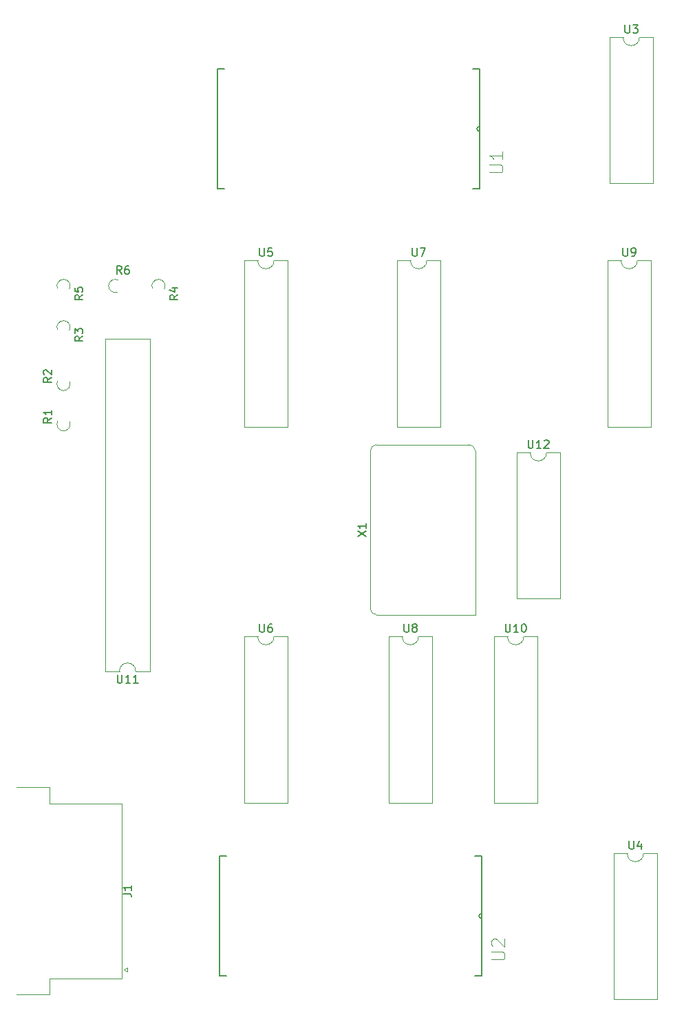
<source format=gbr>
G04 #@! TF.GenerationSoftware,KiCad,Pcbnew,5.1.5-52549c5~86~ubuntu18.04.1*
G04 #@! TF.CreationDate,2020-04-16T15:04:58+05:30*
G04 #@! TF.ProjectId,vga_controller,7667615f-636f-46e7-9472-6f6c6c65722e,rev?*
G04 #@! TF.SameCoordinates,Original*
G04 #@! TF.FileFunction,Legend,Top*
G04 #@! TF.FilePolarity,Positive*
%FSLAX46Y46*%
G04 Gerber Fmt 4.6, Leading zero omitted, Abs format (unit mm)*
G04 Created by KiCad (PCBNEW 5.1.5-52549c5~86~ubuntu18.04.1) date 2020-04-16 15:04:58*
%MOMM*%
%LPD*%
G04 APERTURE LIST*
%ADD10C,0.120000*%
%ADD11C,0.152400*%
%ADD12C,0.150000*%
%ADD13C,0.015000*%
G04 APERTURE END LIST*
D10*
X96630000Y-107128000D02*
X94980000Y-107128000D01*
X96630000Y-127568000D02*
X96630000Y-107128000D01*
X91330000Y-127568000D02*
X96630000Y-127568000D01*
X91330000Y-107128000D02*
X91330000Y-127568000D01*
X92980000Y-107128000D02*
X91330000Y-107128000D01*
X94980000Y-107128000D02*
G75*
G02X92980000Y-107128000I-1000000J0D01*
G01*
X60182000Y-111372000D02*
X61952000Y-111372000D01*
X61952000Y-111372000D02*
X61952000Y-70492000D01*
X61952000Y-70492000D02*
X56412000Y-70492000D01*
X56412000Y-70492000D02*
X56412000Y-111372000D01*
X56412000Y-111372000D02*
X58182000Y-111372000D01*
X58182000Y-111372000D02*
G75*
G02X60182000Y-111372000I1000000J0D01*
G01*
X52057359Y-80705905D02*
G75*
G02X50608000Y-80608867I-749359J-320095D01*
G01*
X52057359Y-75747905D02*
G75*
G02X50608000Y-75650867I-749359J-320095D01*
G01*
X50558641Y-69408095D02*
G75*
G02X52008000Y-69505133I749359J320095D01*
G01*
X62242641Y-64328095D02*
G75*
G02X63692000Y-64425133I749359J320095D01*
G01*
X50558641Y-64328095D02*
G75*
G02X52008000Y-64425133I749359J320095D01*
G01*
X57978095Y-64757359D02*
G75*
G02X58075133Y-63308000I-320095J749359D01*
G01*
D11*
X102489000Y-45008800D02*
G75*
G02X102489000Y-44399200I0J304800D01*
G01*
X102489000Y-37338000D02*
X101650800Y-37338000D01*
X102489000Y-44399200D02*
X102489000Y-37338000D01*
X102489000Y-45008800D02*
X102489000Y-44399200D01*
X102489000Y-52070000D02*
X102489000Y-45008800D01*
X70231000Y-52070000D02*
X71094600Y-52070000D01*
X70231000Y-37338000D02*
X70231000Y-52070000D01*
X71094600Y-37338000D02*
X70231000Y-37338000D01*
X101625400Y-52070000D02*
X102489000Y-52070000D01*
X101879400Y-148844000D02*
X102743000Y-148844000D01*
X71348600Y-134112000D02*
X70485000Y-134112000D01*
X70485000Y-134112000D02*
X70485000Y-148844000D01*
X70485000Y-148844000D02*
X71348600Y-148844000D01*
X102743000Y-148844000D02*
X102743000Y-141782800D01*
X102743000Y-141782800D02*
X102743000Y-141173200D01*
X102743000Y-141173200D02*
X102743000Y-134112000D01*
X102743000Y-134112000D02*
X101904800Y-134112000D01*
X102743000Y-141782800D02*
G75*
G02X102743000Y-141173200I0J304800D01*
G01*
D10*
X122158000Y-33468000D02*
G75*
G02X120158000Y-33468000I-1000000J0D01*
G01*
X120158000Y-33468000D02*
X118508000Y-33468000D01*
X118508000Y-33468000D02*
X118508000Y-51368000D01*
X118508000Y-51368000D02*
X123808000Y-51368000D01*
X123808000Y-51368000D02*
X123808000Y-33468000D01*
X123808000Y-33468000D02*
X122158000Y-33468000D01*
X124316000Y-133798000D02*
X122666000Y-133798000D01*
X124316000Y-151698000D02*
X124316000Y-133798000D01*
X119016000Y-151698000D02*
X124316000Y-151698000D01*
X119016000Y-133798000D02*
X119016000Y-151698000D01*
X120666000Y-133798000D02*
X119016000Y-133798000D01*
X122666000Y-133798000D02*
G75*
G02X120666000Y-133798000I-1000000J0D01*
G01*
X77200000Y-60900000D02*
G75*
G02X75200000Y-60900000I-1000000J0D01*
G01*
X75200000Y-60900000D02*
X73550000Y-60900000D01*
X73550000Y-60900000D02*
X73550000Y-81340000D01*
X73550000Y-81340000D02*
X78850000Y-81340000D01*
X78850000Y-81340000D02*
X78850000Y-60900000D01*
X78850000Y-60900000D02*
X77200000Y-60900000D01*
X77200000Y-107128000D02*
G75*
G02X75200000Y-107128000I-1000000J0D01*
G01*
X75200000Y-107128000D02*
X73550000Y-107128000D01*
X73550000Y-107128000D02*
X73550000Y-127568000D01*
X73550000Y-127568000D02*
X78850000Y-127568000D01*
X78850000Y-127568000D02*
X78850000Y-107128000D01*
X78850000Y-107128000D02*
X77200000Y-107128000D01*
X95996000Y-60900000D02*
G75*
G02X93996000Y-60900000I-1000000J0D01*
G01*
X93996000Y-60900000D02*
X92346000Y-60900000D01*
X92346000Y-60900000D02*
X92346000Y-81340000D01*
X92346000Y-81340000D02*
X97646000Y-81340000D01*
X97646000Y-81340000D02*
X97646000Y-60900000D01*
X97646000Y-60900000D02*
X95996000Y-60900000D01*
X123554000Y-60900000D02*
X121904000Y-60900000D01*
X123554000Y-81340000D02*
X123554000Y-60900000D01*
X118254000Y-81340000D02*
X123554000Y-81340000D01*
X118254000Y-60900000D02*
X118254000Y-81340000D01*
X119904000Y-60900000D02*
X118254000Y-60900000D01*
X121904000Y-60900000D02*
G75*
G02X119904000Y-60900000I-1000000J0D01*
G01*
X109584000Y-107128000D02*
X107934000Y-107128000D01*
X109584000Y-127568000D02*
X109584000Y-107128000D01*
X104284000Y-127568000D02*
X109584000Y-127568000D01*
X104284000Y-107128000D02*
X104284000Y-127568000D01*
X105934000Y-107128000D02*
X104284000Y-107128000D01*
X107934000Y-107128000D02*
G75*
G02X105934000Y-107128000I-1000000J0D01*
G01*
X110728000Y-84522000D02*
G75*
G02X108728000Y-84522000I-1000000J0D01*
G01*
X108728000Y-84522000D02*
X107078000Y-84522000D01*
X107078000Y-84522000D02*
X107078000Y-102422000D01*
X107078000Y-102422000D02*
X112378000Y-102422000D01*
X112378000Y-102422000D02*
X112378000Y-84522000D01*
X112378000Y-84522000D02*
X110728000Y-84522000D01*
X89804000Y-104430000D02*
X101954000Y-104430000D01*
X89054000Y-84280000D02*
X89054000Y-103680000D01*
X101204000Y-83530000D02*
X89804000Y-83530000D01*
X101954000Y-104430000D02*
X101954000Y-84280000D01*
X101954000Y-84280000D02*
G75*
G03X101204000Y-83530000I-750000J0D01*
G01*
X89804000Y-83530000D02*
G75*
G03X89054000Y-84280000I0J-750000D01*
G01*
X89054000Y-103680000D02*
G75*
G03X89804000Y-104430000I750000J0D01*
G01*
X45524000Y-125627000D02*
X49624000Y-125627000D01*
X49624000Y-125627000D02*
X49624000Y-127632000D01*
X49624000Y-127632000D02*
X58464000Y-127632000D01*
X58464000Y-127632000D02*
X58464000Y-149142000D01*
X58464000Y-149142000D02*
X49624000Y-149142000D01*
X49624000Y-149142000D02*
X49624000Y-151147000D01*
X49624000Y-151147000D02*
X45524000Y-151147000D01*
X59158338Y-147832000D02*
X59158338Y-148332000D01*
X59158338Y-148332000D02*
X58725325Y-148082000D01*
X58725325Y-148082000D02*
X59158338Y-147832000D01*
D12*
X93218095Y-105580380D02*
X93218095Y-106389904D01*
X93265714Y-106485142D01*
X93313333Y-106532761D01*
X93408571Y-106580380D01*
X93599047Y-106580380D01*
X93694285Y-106532761D01*
X93741904Y-106485142D01*
X93789523Y-106389904D01*
X93789523Y-105580380D01*
X94408571Y-106008952D02*
X94313333Y-105961333D01*
X94265714Y-105913714D01*
X94218095Y-105818476D01*
X94218095Y-105770857D01*
X94265714Y-105675619D01*
X94313333Y-105628000D01*
X94408571Y-105580380D01*
X94599047Y-105580380D01*
X94694285Y-105628000D01*
X94741904Y-105675619D01*
X94789523Y-105770857D01*
X94789523Y-105818476D01*
X94741904Y-105913714D01*
X94694285Y-105961333D01*
X94599047Y-106008952D01*
X94408571Y-106008952D01*
X94313333Y-106056571D01*
X94265714Y-106104190D01*
X94218095Y-106199428D01*
X94218095Y-106389904D01*
X94265714Y-106485142D01*
X94313333Y-106532761D01*
X94408571Y-106580380D01*
X94599047Y-106580380D01*
X94694285Y-106532761D01*
X94741904Y-106485142D01*
X94789523Y-106389904D01*
X94789523Y-106199428D01*
X94741904Y-106104190D01*
X94694285Y-106056571D01*
X94599047Y-106008952D01*
X57943904Y-111824380D02*
X57943904Y-112633904D01*
X57991523Y-112729142D01*
X58039142Y-112776761D01*
X58134380Y-112824380D01*
X58324857Y-112824380D01*
X58420095Y-112776761D01*
X58467714Y-112729142D01*
X58515333Y-112633904D01*
X58515333Y-111824380D01*
X59515333Y-112824380D02*
X58943904Y-112824380D01*
X59229619Y-112824380D02*
X59229619Y-111824380D01*
X59134380Y-111967238D01*
X59039142Y-112062476D01*
X58943904Y-112110095D01*
X60467714Y-112824380D02*
X59896285Y-112824380D01*
X60182000Y-112824380D02*
X60182000Y-111824380D01*
X60086761Y-111967238D01*
X59991523Y-112062476D01*
X59896285Y-112110095D01*
X49840380Y-80242666D02*
X49364190Y-80576000D01*
X49840380Y-80814095D02*
X48840380Y-80814095D01*
X48840380Y-80433142D01*
X48888000Y-80337904D01*
X48935619Y-80290285D01*
X49030857Y-80242666D01*
X49173714Y-80242666D01*
X49268952Y-80290285D01*
X49316571Y-80337904D01*
X49364190Y-80433142D01*
X49364190Y-80814095D01*
X49840380Y-79290285D02*
X49840380Y-79861714D01*
X49840380Y-79576000D02*
X48840380Y-79576000D01*
X48983238Y-79671238D01*
X49078476Y-79766476D01*
X49126095Y-79861714D01*
X49840380Y-75284666D02*
X49364190Y-75618000D01*
X49840380Y-75856095D02*
X48840380Y-75856095D01*
X48840380Y-75475142D01*
X48888000Y-75379904D01*
X48935619Y-75332285D01*
X49030857Y-75284666D01*
X49173714Y-75284666D01*
X49268952Y-75332285D01*
X49316571Y-75379904D01*
X49364190Y-75475142D01*
X49364190Y-75856095D01*
X48935619Y-74903714D02*
X48888000Y-74856095D01*
X48840380Y-74760857D01*
X48840380Y-74522761D01*
X48888000Y-74427523D01*
X48935619Y-74379904D01*
X49030857Y-74332285D01*
X49126095Y-74332285D01*
X49268952Y-74379904D01*
X49840380Y-74951333D01*
X49840380Y-74332285D01*
X53680380Y-70204666D02*
X53204190Y-70538000D01*
X53680380Y-70776095D02*
X52680380Y-70776095D01*
X52680380Y-70395142D01*
X52728000Y-70299904D01*
X52775619Y-70252285D01*
X52870857Y-70204666D01*
X53013714Y-70204666D01*
X53108952Y-70252285D01*
X53156571Y-70299904D01*
X53204190Y-70395142D01*
X53204190Y-70776095D01*
X52680380Y-69871333D02*
X52680380Y-69252285D01*
X53061333Y-69585619D01*
X53061333Y-69442761D01*
X53108952Y-69347523D01*
X53156571Y-69299904D01*
X53251809Y-69252285D01*
X53489904Y-69252285D01*
X53585142Y-69299904D01*
X53632761Y-69347523D01*
X53680380Y-69442761D01*
X53680380Y-69728476D01*
X53632761Y-69823714D01*
X53585142Y-69871333D01*
X65364380Y-65124666D02*
X64888190Y-65458000D01*
X65364380Y-65696095D02*
X64364380Y-65696095D01*
X64364380Y-65315142D01*
X64412000Y-65219904D01*
X64459619Y-65172285D01*
X64554857Y-65124666D01*
X64697714Y-65124666D01*
X64792952Y-65172285D01*
X64840571Y-65219904D01*
X64888190Y-65315142D01*
X64888190Y-65696095D01*
X64697714Y-64267523D02*
X65364380Y-64267523D01*
X64316761Y-64505619D02*
X65031047Y-64743714D01*
X65031047Y-64124666D01*
X53680380Y-65124666D02*
X53204190Y-65458000D01*
X53680380Y-65696095D02*
X52680380Y-65696095D01*
X52680380Y-65315142D01*
X52728000Y-65219904D01*
X52775619Y-65172285D01*
X52870857Y-65124666D01*
X53013714Y-65124666D01*
X53108952Y-65172285D01*
X53156571Y-65219904D01*
X53204190Y-65315142D01*
X53204190Y-65696095D01*
X52680380Y-64219904D02*
X52680380Y-64696095D01*
X53156571Y-64743714D01*
X53108952Y-64696095D01*
X53061333Y-64600857D01*
X53061333Y-64362761D01*
X53108952Y-64267523D01*
X53156571Y-64219904D01*
X53251809Y-64172285D01*
X53489904Y-64172285D01*
X53585142Y-64219904D01*
X53632761Y-64267523D01*
X53680380Y-64362761D01*
X53680380Y-64600857D01*
X53632761Y-64696095D01*
X53585142Y-64743714D01*
X58441333Y-62540380D02*
X58108000Y-62064190D01*
X57869904Y-62540380D02*
X57869904Y-61540380D01*
X58250857Y-61540380D01*
X58346095Y-61588000D01*
X58393714Y-61635619D01*
X58441333Y-61730857D01*
X58441333Y-61873714D01*
X58393714Y-61968952D01*
X58346095Y-62016571D01*
X58250857Y-62064190D01*
X57869904Y-62064190D01*
X59298476Y-61540380D02*
X59108000Y-61540380D01*
X59012761Y-61588000D01*
X58965142Y-61635619D01*
X58869904Y-61778476D01*
X58822285Y-61968952D01*
X58822285Y-62349904D01*
X58869904Y-62445142D01*
X58917523Y-62492761D01*
X59012761Y-62540380D01*
X59203238Y-62540380D01*
X59298476Y-62492761D01*
X59346095Y-62445142D01*
X59393714Y-62349904D01*
X59393714Y-62111809D01*
X59346095Y-62016571D01*
X59298476Y-61968952D01*
X59203238Y-61921333D01*
X59012761Y-61921333D01*
X58917523Y-61968952D01*
X58869904Y-62016571D01*
X58822285Y-62111809D01*
D13*
X103692105Y-50065175D02*
X105021585Y-50065175D01*
X105177995Y-49986970D01*
X105256200Y-49908766D01*
X105334404Y-49752356D01*
X105334404Y-49439537D01*
X105256200Y-49283128D01*
X105177995Y-49204923D01*
X105021585Y-49126718D01*
X103692105Y-49126718D01*
X105334404Y-47484419D02*
X105334404Y-48422876D01*
X105334404Y-47953648D02*
X103692105Y-47953648D01*
X103926719Y-48110057D01*
X104083129Y-48266467D01*
X104161334Y-48422876D01*
X103946105Y-146839175D02*
X105275585Y-146839175D01*
X105431995Y-146760970D01*
X105510200Y-146682766D01*
X105588404Y-146526356D01*
X105588404Y-146213537D01*
X105510200Y-146057128D01*
X105431995Y-145978923D01*
X105275585Y-145900718D01*
X103946105Y-145900718D01*
X104102515Y-145196876D02*
X104024310Y-145118671D01*
X103946105Y-144962262D01*
X103946105Y-144571238D01*
X104024310Y-144414829D01*
X104102515Y-144336624D01*
X104258924Y-144258419D01*
X104415334Y-144258419D01*
X104649948Y-144336624D01*
X105588404Y-145275081D01*
X105588404Y-144258419D01*
D12*
X120396095Y-31920380D02*
X120396095Y-32729904D01*
X120443714Y-32825142D01*
X120491333Y-32872761D01*
X120586571Y-32920380D01*
X120777047Y-32920380D01*
X120872285Y-32872761D01*
X120919904Y-32825142D01*
X120967523Y-32729904D01*
X120967523Y-31920380D01*
X121348476Y-31920380D02*
X121967523Y-31920380D01*
X121634190Y-32301333D01*
X121777047Y-32301333D01*
X121872285Y-32348952D01*
X121919904Y-32396571D01*
X121967523Y-32491809D01*
X121967523Y-32729904D01*
X121919904Y-32825142D01*
X121872285Y-32872761D01*
X121777047Y-32920380D01*
X121491333Y-32920380D01*
X121396095Y-32872761D01*
X121348476Y-32825142D01*
X120904095Y-132250380D02*
X120904095Y-133059904D01*
X120951714Y-133155142D01*
X120999333Y-133202761D01*
X121094571Y-133250380D01*
X121285047Y-133250380D01*
X121380285Y-133202761D01*
X121427904Y-133155142D01*
X121475523Y-133059904D01*
X121475523Y-132250380D01*
X122380285Y-132583714D02*
X122380285Y-133250380D01*
X122142190Y-132202761D02*
X121904095Y-132917047D01*
X122523142Y-132917047D01*
X75438095Y-59352380D02*
X75438095Y-60161904D01*
X75485714Y-60257142D01*
X75533333Y-60304761D01*
X75628571Y-60352380D01*
X75819047Y-60352380D01*
X75914285Y-60304761D01*
X75961904Y-60257142D01*
X76009523Y-60161904D01*
X76009523Y-59352380D01*
X76961904Y-59352380D02*
X76485714Y-59352380D01*
X76438095Y-59828571D01*
X76485714Y-59780952D01*
X76580952Y-59733333D01*
X76819047Y-59733333D01*
X76914285Y-59780952D01*
X76961904Y-59828571D01*
X77009523Y-59923809D01*
X77009523Y-60161904D01*
X76961904Y-60257142D01*
X76914285Y-60304761D01*
X76819047Y-60352380D01*
X76580952Y-60352380D01*
X76485714Y-60304761D01*
X76438095Y-60257142D01*
X75438095Y-105580380D02*
X75438095Y-106389904D01*
X75485714Y-106485142D01*
X75533333Y-106532761D01*
X75628571Y-106580380D01*
X75819047Y-106580380D01*
X75914285Y-106532761D01*
X75961904Y-106485142D01*
X76009523Y-106389904D01*
X76009523Y-105580380D01*
X76914285Y-105580380D02*
X76723809Y-105580380D01*
X76628571Y-105628000D01*
X76580952Y-105675619D01*
X76485714Y-105818476D01*
X76438095Y-106008952D01*
X76438095Y-106389904D01*
X76485714Y-106485142D01*
X76533333Y-106532761D01*
X76628571Y-106580380D01*
X76819047Y-106580380D01*
X76914285Y-106532761D01*
X76961904Y-106485142D01*
X77009523Y-106389904D01*
X77009523Y-106151809D01*
X76961904Y-106056571D01*
X76914285Y-106008952D01*
X76819047Y-105961333D01*
X76628571Y-105961333D01*
X76533333Y-106008952D01*
X76485714Y-106056571D01*
X76438095Y-106151809D01*
X94234095Y-59352380D02*
X94234095Y-60161904D01*
X94281714Y-60257142D01*
X94329333Y-60304761D01*
X94424571Y-60352380D01*
X94615047Y-60352380D01*
X94710285Y-60304761D01*
X94757904Y-60257142D01*
X94805523Y-60161904D01*
X94805523Y-59352380D01*
X95186476Y-59352380D02*
X95853142Y-59352380D01*
X95424571Y-60352380D01*
X120142095Y-59352380D02*
X120142095Y-60161904D01*
X120189714Y-60257142D01*
X120237333Y-60304761D01*
X120332571Y-60352380D01*
X120523047Y-60352380D01*
X120618285Y-60304761D01*
X120665904Y-60257142D01*
X120713523Y-60161904D01*
X120713523Y-59352380D01*
X121237333Y-60352380D02*
X121427809Y-60352380D01*
X121523047Y-60304761D01*
X121570666Y-60257142D01*
X121665904Y-60114285D01*
X121713523Y-59923809D01*
X121713523Y-59542857D01*
X121665904Y-59447619D01*
X121618285Y-59400000D01*
X121523047Y-59352380D01*
X121332571Y-59352380D01*
X121237333Y-59400000D01*
X121189714Y-59447619D01*
X121142095Y-59542857D01*
X121142095Y-59780952D01*
X121189714Y-59876190D01*
X121237333Y-59923809D01*
X121332571Y-59971428D01*
X121523047Y-59971428D01*
X121618285Y-59923809D01*
X121665904Y-59876190D01*
X121713523Y-59780952D01*
X105695904Y-105580380D02*
X105695904Y-106389904D01*
X105743523Y-106485142D01*
X105791142Y-106532761D01*
X105886380Y-106580380D01*
X106076857Y-106580380D01*
X106172095Y-106532761D01*
X106219714Y-106485142D01*
X106267333Y-106389904D01*
X106267333Y-105580380D01*
X107267333Y-106580380D02*
X106695904Y-106580380D01*
X106981619Y-106580380D02*
X106981619Y-105580380D01*
X106886380Y-105723238D01*
X106791142Y-105818476D01*
X106695904Y-105866095D01*
X107886380Y-105580380D02*
X107981619Y-105580380D01*
X108076857Y-105628000D01*
X108124476Y-105675619D01*
X108172095Y-105770857D01*
X108219714Y-105961333D01*
X108219714Y-106199428D01*
X108172095Y-106389904D01*
X108124476Y-106485142D01*
X108076857Y-106532761D01*
X107981619Y-106580380D01*
X107886380Y-106580380D01*
X107791142Y-106532761D01*
X107743523Y-106485142D01*
X107695904Y-106389904D01*
X107648285Y-106199428D01*
X107648285Y-105961333D01*
X107695904Y-105770857D01*
X107743523Y-105675619D01*
X107791142Y-105628000D01*
X107886380Y-105580380D01*
X108489904Y-82974380D02*
X108489904Y-83783904D01*
X108537523Y-83879142D01*
X108585142Y-83926761D01*
X108680380Y-83974380D01*
X108870857Y-83974380D01*
X108966095Y-83926761D01*
X109013714Y-83879142D01*
X109061333Y-83783904D01*
X109061333Y-82974380D01*
X110061333Y-83974380D02*
X109489904Y-83974380D01*
X109775619Y-83974380D02*
X109775619Y-82974380D01*
X109680380Y-83117238D01*
X109585142Y-83212476D01*
X109489904Y-83260095D01*
X110442285Y-83069619D02*
X110489904Y-83022000D01*
X110585142Y-82974380D01*
X110823238Y-82974380D01*
X110918476Y-83022000D01*
X110966095Y-83069619D01*
X111013714Y-83164857D01*
X111013714Y-83260095D01*
X110966095Y-83402952D01*
X110394666Y-83974380D01*
X111013714Y-83974380D01*
X87506380Y-94789523D02*
X88506380Y-94122857D01*
X87506380Y-94122857D02*
X88506380Y-94789523D01*
X88506380Y-93218095D02*
X88506380Y-93789523D01*
X88506380Y-93503809D02*
X87506380Y-93503809D01*
X87649238Y-93599047D01*
X87744476Y-93694285D01*
X87792095Y-93789523D01*
X58656380Y-138720333D02*
X59370666Y-138720333D01*
X59513523Y-138767952D01*
X59608761Y-138863190D01*
X59656380Y-139006047D01*
X59656380Y-139101285D01*
X59656380Y-137720333D02*
X59656380Y-138291761D01*
X59656380Y-138006047D02*
X58656380Y-138006047D01*
X58799238Y-138101285D01*
X58894476Y-138196523D01*
X58942095Y-138291761D01*
M02*

</source>
